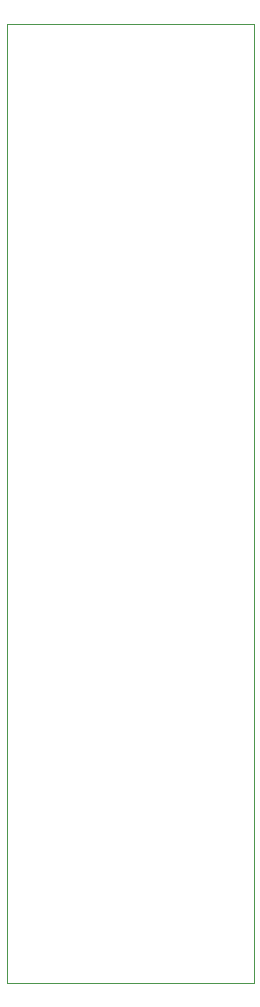
<source format=gm1>
%TF.GenerationSoftware,KiCad,Pcbnew,(6.0.2)*%
%TF.CreationDate,2022-02-19T19:11:57+01:00*%
%TF.ProjectId,hexalight,68657861-6c69-4676-9874-2e6b69636164,rev?*%
%TF.SameCoordinates,Original*%
%TF.FileFunction,Profile,NP*%
%FSLAX46Y46*%
G04 Gerber Fmt 4.6, Leading zero omitted, Abs format (unit mm)*
G04 Created by KiCad (PCBNEW (6.0.2)) date 2022-02-19 19:11:57*
%MOMM*%
%LPD*%
G01*
G04 APERTURE LIST*
%TA.AperFunction,Profile*%
%ADD10C,0.050000*%
%TD*%
G04 APERTURE END LIST*
D10*
X137795000Y-43942000D02*
X158750000Y-43942000D01*
X158750000Y-43942000D02*
X158750000Y-125095000D01*
X158750000Y-125095000D02*
X137795000Y-125095000D01*
X137795000Y-125095000D02*
X137795000Y-43942000D01*
M02*

</source>
